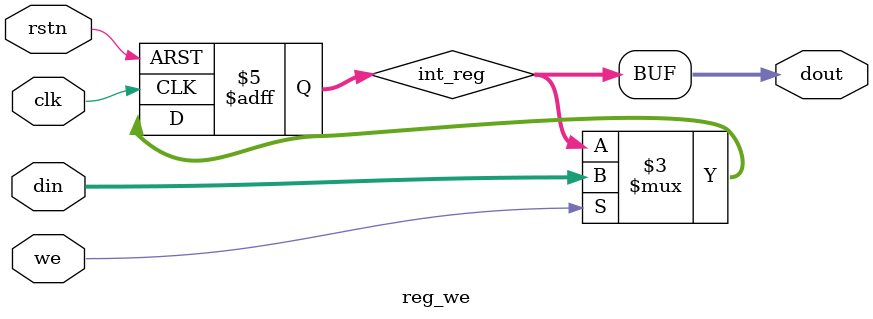
<source format=sv>
/*
*  File            :   registers.sv
*  Autor           :   Vlasov D.V.
*  Data            :   2019.11.18
*  Language        :   SystemVerilog
*  Description     :   This is file with registers
*  Copyright(c)    :   2019 Vlasov D.V.
*/

// simple register
module reg_s
#(
    parameter                       width = 8
)(
    // clock and reset
    input   logic   [0       : 0]   clk,    // clock
    input   logic   [0       : 0]   rstn,   // reset
    // register side
    input   logic   [width-1 : 0]   din,    // data_in
    output  logic   [width-1 : 0]   dout    // data_out
);

    logic   [width-1 : 0]   int_reg;    // internal register

    assign dout = int_reg;
    
    always_ff @(posedge clk, negedge rstn)
        if( !rstn )
            int_reg <= '0;
        else
            int_reg <= din;
    
endmodule : reg_s

// register with write enable input
module reg_we
#(
    parameter                       width = 8
)(
    // clock and reset
    input   logic   [0       : 0]   clk,    // clock
    input   logic   [0       : 0]   rstn,   // reset
    // register side
    input   logic   [0       : 0]   we,     // write enable
    input   logic   [width-1 : 0]   din,    // data_in
    output  logic   [width-1 : 0]   dout    // data_out
);

    logic   [width-1 : 0]   int_reg;    // internal register

    assign dout = int_reg;
    
    always_ff @(posedge clk, negedge rstn)
        if( !rstn )
            int_reg <= '0;
        else if( we )
            int_reg <= din;

endmodule : reg_we

</source>
